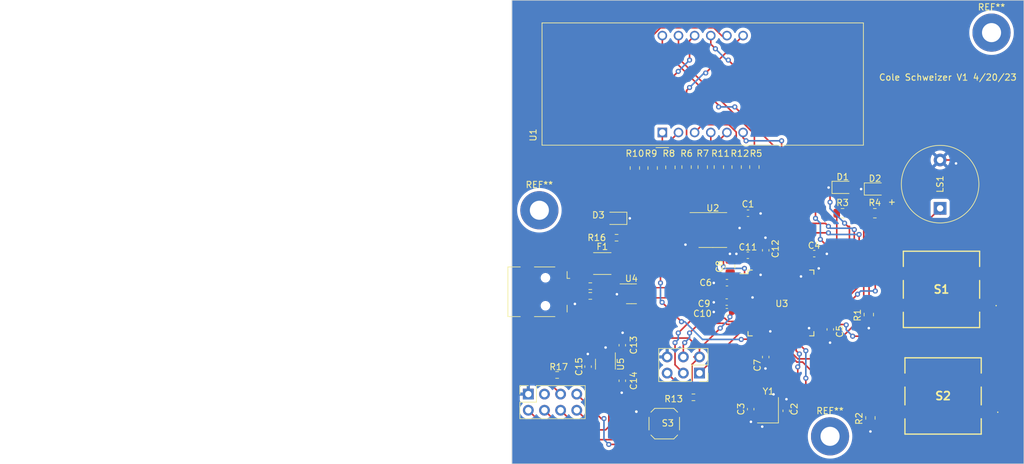
<source format=kicad_pcb>
(kicad_pcb (version 20221018) (generator pcbnew)
  (layers (0 "F.Cu" signal) (31 "B.Cu" signal) (34 "B.Paste" user) (35 "F.Paste" user) (36 "B.SilkS" user "B.Silkscreen") (37 "F.SilkS" user "F.Silkscreen") (38 "B.Mask" user) (39 "F.Mask" user) (44 "Edge.Cuts" user))
  (net 0 "")
  (net 1 "+5V")
  (net 2 "GND")
  (net 3 "XTAL1")
  (net 4 "XTAL2")
  (net 5 "/UCAP")
  (net 6 "/AREF")
  (net 7 "+3.3V")
  (net 8 "Net-(U5-BP)")
  (net 9 "Net-(D1-A)")
  (net 10 "Net-(D2-A)")
  (net 11 "Net-(D3-A)")
  (net 12 "Net-(J2-VBUS)")
  (net 13 "MISO")
  (net 14 "SCK")
  (net 15 "MOSI")
  (net 16 "RST")
  (net 17 "Net-(J2-D-)")
  (net 18 "Net-(J2-D+)")
  (net 20 "unconnected-(J2-Shield-Pad6)")
  (net 21 "TX")
  (net 23 "Net-(J3-Pin_5)")
  (net 24 "RX")
  (net 25 "Buzzer")
  (net 26 "Button_1")
  (net 27 "Button_2")
  (net 28 "RED_LED")
  (net 29 "GREEN_LED")
  (net 30 "a")
  (net 31 "Net-(U1-a)")
  (net 32 "b")
  (net 33 "Net-(U1-b)")
  (net 34 "c")
  (net 35 "Net-(U1-c)")
  (net 36 "d")
  (net 37 "Net-(U1-d)")
  (net 38 "e")
  (net 39 "Net-(U1-e)")
  (net 40 "f")
  (net 41 "Net-(U1-f)")
  (net 42 "g")
  (net 43 "Net-(U1-g)")
  (net 44 "dp")
  (net 45 "Net-(U1-DPX)")
  (net 46 "USB_CONN_D+")
  (net 47 "USB_CONN_D-")
  (net 52 "Dig4")
  (net 53 "Dig3")
  (net 54 "Dig2")
  (net 55 "Dig1")
  (net 57 "SH_CP")
  (net 58 "ST_CP")
  (net 59 "DS")
  (net 60 "USB_D-")
  (net 61 "USB_D+")
  (footprint "Connector_PinSocket_2.54mm:PinSocket_2x03_P2.54mm_Vertical" (layer "F.Cu") (at 124.244 137.374 -90)
    (fp_text reference "J1" hide)
    (fp_text value "AVR-ISP-6" hide)
  )
  (footprint "Resistor_SMD:R_0603_1608Metric" (layer "F.Cu") (at 101.854 137.668 180)
    (fp_text reference "R17")
    (fp_text value "10k" hide)
  )
  (footprint "Resistor_SMD:R_0603_1608Metric" (layer "F.Cu") (at 107.072 123.698)
    (fp_text reference "R15" hide)
    (fp_text value "22" hide)
  )
  (footprint "Resistor_SMD:R_0603_1608Metric" (layer "F.Cu") (at 123.291 141.184 180)
    (fp_text reference "R13")
    (fp_text value "10k" hide)
  )
  (footprint "Capacitor_SMD:C_0603_1608Metric" (layer "F.Cu") (at 134.658 118.057 90)
    (fp_text reference "C12")
    (fp_text value "0.1uF" hide)
  )
  (footprint "MountingHole:MountingHole_3mm_Pad_TopBottom" (layer "F.Cu") (at 99.06 111.76)
    (fp_text reference "REF**")
    (fp_text value "MountingHole_3mm_Pad_TopBottom" hide)
  )
  (footprint "Resistor_SMD:R_0805_2012Metric" (layer "F.Cu") (at 151.13 144.4225 -90)
    (fp_text reference "R2")
    (fp_text value "10k" hide)
  )
  (footprint "LED_SMD:LED_0805_2012Metric" (layer "F.Cu") (at 151.8515 108.418)
    (fp_text reference "D2")
    (fp_text value "LED" hide)
  )
  (footprint "Capacitor_SMD:C_0603_1608Metric" (layer "F.Cu") (at 132.296 143.042 -90)
    (fp_text reference "C3")
    (fp_text value "22p" hide)
  )
  (footprint "Buzzer_Beeper:Buzzer_12x9.5RM7.6" (layer "F.Cu") (at 162.09 111.456 90)
    (fp_text reference "LS1")
    (fp_text value "Speaker")
  )
  (footprint "Resistor_SMD:R_0805_2012Metric" (layer "F.Cu") (at 122.212 104.9655 90)
    (fp_text reference "R6")
    (fp_text value "100" hide)
  )
  (footprint "Connector_USB:USB_Mini-B_Lumberg_2486_01_Horizontal" (layer "F.Cu") (at 100.016 124.582 -90)
    (fp_text reference "J2" hide)
    (fp_text value "USB_B_Mini" hide)
  )
  (footprint "Capacitor_SMD:C_0603_1608Metric" (layer "F.Cu") (at 112.1075 132.9895 90)
    (fp_text reference "C13")
    (fp_text value "1uF" hide)
  )
  (footprint "Capacitor_SMD:C_0603_1608Metric" (layer "F.Cu") (at 128.562 123.15 180)
    (fp_text reference "C6")
    (fp_text value "0.1uF" hide)
  )
  (footprint "Crystal:Crystal_SMD_Abracon_ABM8G-4Pin_3.2x2.5mm" (layer "F.Cu") (at 135.006 143.208 90)
    (fp_text reference "Y1")
    (fp_text value "16MHz" hide)
  )
  (footprint "Resistor_SMD:R_0805_2012Metric" (layer "F.Cu") (at 119.672 105.0125 90)
    (fp_text reference "R8")
    (fp_text value "100" hide)
  )
  (footprint "Resistor_SMD:R_0805_2012Metric" (layer "F.Cu") (at 127.292 104.9655 90)
    (fp_text reference "R11")
    (fp_text value "100" hide)
  )
  (footprint "Resistor_SMD:R_0805_2012Metric" (layer "F.Cu") (at 116.878 105.116 90)
    (fp_text reference "R9")
    (fp_text value "100" hide)
  )
  (footprint "Fuse:Fuse_1812_4532Metric" (layer "F.Cu") (at 108.9555 120.142)
    (fp_text reference "F1")
    (fp_text value "PTCSMD" hide)
  )
  (footprint "Resistor_SMD:R_0805_2012Metric" (layer "F.Cu") (at 130.086 104.9655 90)
    (fp_text reference "R12")
    (fp_text value "100" hide)
  )
  (footprint "Capacitor_SMD:C_0603_1608Metric" (layer "F.Cu") (at 144.818 130.503 -90)
    (fp_text reference "C5")
    (fp_text value "0.1uF" hide)
  )
  (footprint "Capacitor_SMD:C_0603_1608Metric" (layer "F.Cu") (at 142.291 118.578)
    (fp_text reference "C4")
    (fp_text value "0.1uF" hide)
  )
  (footprint "Capacitor_SMD:C_0603_1608Metric" (layer "F.Cu") (at 137.884 143.309 -90)
    (fp_text reference "C2")
    (fp_text value "22p" hide)
  )
  (footprint "Capacitor_SMD:C_0805_2012Metric" (layer "F.Cu") (at 129.07 120.61 90)
    (fp_text reference "C8")
    (fp_text value "10uF" hide)
  )
  (footprint "Resistor_SMD:R_0805_2012Metric" (layer "F.Cu") (at 132.88 104.9655 90)
    (fp_text reference "R5")
    (fp_text value "100" hide)
  )
  (footprint "Capacitor_SMD:C_0603_1608Metric" (layer "F.Cu") (at 134.658 134.847 -90)
    (fp_text reference "C7")
    (fp_text value "0.1uF" hide)
  )
  (footprint "Resistor_SMD:R_0805_2012Metric" (layer "F.Cu") (at 151.8265 112.228)
    (fp_text reference "R4")
    (fp_text value "330" hide)
  )
  (footprint "Connector_PinSocket_2.54mm:PinSocket_2x04_P2.54mm_Vertical" (layer "F.Cu") (at 97.32 140.676 90)
    (fp_text reference "J3" hide)
    (fp_text value "ESP_Conn" hide)
  )
  (footprint "Capacitor_SMD:C_0603_1608Metric" (layer "F.Cu") (at 131.877 112.228)
    (fp_text reference "C1")
    (fp_text value "0.1u" hide)
  )
  (footprint "Resistor_SMD:R_0805_2012Metric" (layer "F.Cu") (at 124.752 104.9655 90)
    (fp_text reference "R7")
    (fp_text value "100" hide)
  )
  (footprint "Resistor_SMD:R_0805_2012Metric" (layer "F.Cu") (at 150.876 128.1665 -90)
    (fp_text reference "R1")
    (fp_text value "10k" hide)
  )
  (footprint "PTS125_SMD_Button:PTS125_SMD_Button" (layer "F.Cu") (at 162.56 140.97 180)
    (fp_text reference "S2")
    (fp_text value "PTS125SM43SMTR21M_LFS" hide)
  )
  (footprint "LED_SMD:LED_0805_2012Metric" (layer "F.Cu") (at 146.7715 108.164)
    (fp_text reference "D1")
    (fp_text value "LED" hide)
  )
  (footprint "Package_TO_SOT_SMD:SOT-23-5" (layer "F.Cu") (at 109.446 135.9715 -90)
    (fp_text reference "U5")
    (fp_text value "LP2985-3.3" hide)
  )
  (footprint "Capacitor_SMD:C_0603_1608Metric" (layer "F.Cu") (at 128.523 126.198 180)
    (fp_text reference "C9")
    (fp_text value "1uF" hide)
  )
  (footprint "Package_QFP:TQFP-44_10x10mm_P0.8mm" (layer "F.Cu") (at 137.058 126.34)
    (fp_text reference "U3")
    (fp_text value "ATmega32U4-A" hide)
  )
  (footprint "Package_SO:TSSOP-16_4.4x5mm_P0.65mm" (layer "F.Cu") (at 126.3445 114.869)
    (fp_text reference "U2")
    (fp_text value "74HC595" hide)
  )
  (footprint "LED_SMD:LED_0805_2012Metric" (layer "F.Cu") (at 111.136 113.03 180)
    (fp_text reference "D3")
    (fp_text value "LED" hide)
  )
  (footprint "Capacitor_SMD:C_0603_1608Metric" (layer "F.Cu") (at 131.851 118.832 180)
    (fp_text reference "C11")
    (fp_text value "0.1uF" hide)
  )
  (footprint "MountingHole:MountingHole_3mm_Pad_TopBottom" (layer "F.Cu") (at 144.78 147.32)
    (fp_text reference "REF**")
    (fp_text value "MountingHole_3mm_Pad_TopBottom" hide)
  )
  (footprint "Capacitor_SMD:C_0603_1608Metric" (layer "F.Cu") (at 112.1075 138.5775 -90)
    (fp_text reference "C14")
    (fp_text value "2.2uF" hide)
  )
  (footprint "Package_TO_SOT_SMD:SOT-23-6" (layer "F.Cu") (at 113.5435 124.902)
    (fp_text reference "U4")
    (fp_text value "USBLC6-2SC6" hide)
  )
  (footprint "Resistor_SMD:R_0603_1608Metric" (layer "F.Cu") (at 111.199 116.078 180)
    (fp_text reference "R16")
    (fp_text value "1k" hide)
  )
  (footprint "Capacitor_SMD:C_0603_1608Metric" (layer "F.Cu") (at 128.549 127.722 180)
    (fp_text reference "C10")
    (fp_text value "0.1uF" hide)
  )
  (footprint "Resistor_SMD:R_0805_2012Metric" (layer "F.Cu") (at 146.7465 112.228)
    (fp_text reference "R3")
    (fp_text value "330" hide)
  )
  (footprint "MountingHole:MountingHole_3mm_Pad_TopBottom" (layer "F.Cu") (at 170.18 83.82)
    (fp_text reference "REF**")
    (fp_text value "MountingHole_3mm_Pad_TopBottom" hide)
  )
  (footprint "Resistor_SMD:R_0603_1608Metric" (layer "F.Cu") (at 107.069648 125.23712)
    (fp_text reference "R14" hide)
    (fp_text value "22" hide)
  )
  (footprint "Capacitor_SMD:C_0603_1608Metric" (layer "F.Cu") (at 106.718 136.358 90)
    (fp_text reference "C15")
    (fp_text value "10nF" hide)
  )
  (footprint "Display_7Segment:CA56-12EWA" (layer "F.Cu") (at 118.402 99.528 90)
    (fp_text reference "U1")
    (fp_text value "CA56-12EWA" hide)
  )
  (footprint "Resistor_SMD:R_0805_2012Metric" (layer "F.Cu") (at 114.084 105.116 90)
    (fp_text reference "R10")
    (fp_text value "100" hide)
  )
  (footprint "PTS125_SMD_Button:PTS125_SMD_Button" (layer "F.Cu") (at 162.306 124.206 180)
    (fp_text reference "S1")
    (fp_text value "PTS125SM43SMTR21M_LFS" hide)
  )
  (footprint "PTS526_SMD_Button:PTS526_SMD_Button" (layer "F.Cu") (at 118.704 145.32)
    (fp_text reference "S3")
    (fp_text value "PTS526_SM08_SMTR2_LFS" hide)
  )
  (gr_rect (start 94.742 78.74) (end 175.26 151.638) (stroke (width 0.1)) (fill none) (layer "Edge.Cuts"))
  (gr_text "Cole Schweizer V1 4/20/23" (at 152.4 91.44) (layer "F.SilkS") (effects (font (size 1 1)) (justify left bottom)))
  (segment (start 142.758 129.54) (end 141.758 129.54) (width 0.25) (layer "F.Cu") (net 1))
  (segment (start 131.358 123.14) (end 132.346 123.14) (width 0.25) (layer "F.Cu") (net 1))
  (segment (start 110.396 134.834) (end 111.038 134.834) (width 0.25) (layer "F.Cu") (net 1))
  (segment (start 113.538 122.587) (end 111.093 120.142) (width 0.25) (layer "F.Cu") (net 1))
  (segment (start 114.112 124.902) (end 113.6935 125.3205) (width 0.25) (layer "F.Cu") (net 1))
  (segment (start 110.396 135.218251) (end 109.724251 135.89) (width 0.25) (layer "F.Cu") (net 1))
  (segment (start 133.058 122.428) (end 133.058 124.920695) (width 0.25) (layer "F.Cu") (net 1))
  (segment (start 134.658 131.04) (end 134.397 130.779) (width 0.25) (layer "F.Cu") (net 1))
  (segment (start 114.681 124.902) (end 114.296749 124.902) (width 0.25) (layer "F.Cu") (net 1))
  (segment (start 124.244 133.566) (end 127.508 130.302) (width 0.25) (layer "F.Cu") (net 1))
  (segment (start 141.007 120.691) (end 141.007 122.645) (width 0.25) (layer "F.Cu") (net 1))
  (segment (start 111.093 117.009) (end 112.024 116.078) (width 0.25) (layer "F.Cu") (net 1))
  (segment (start 132.626 117.386) (end 132.626 118.832) (width 0.25) (layer "F.Cu") (net 1))
  (segment (start 111.093 120.142) (end 111.093 117.009) (width 0.25) (layer "F.Cu") (net 1))
  (segment (start 129.324 127.722) (end 129.324 128.232) (width 0.25) (layer "F.Cu") (net 1))
  (segment (start 133.529 122.899) (end 133.058 122.428) (width 0.25) (layer "F.Cu") (net 1))
  (segment (start 169.456 121.706) (end 159.59 131.572) (width 0.25) (layer "F.Cu") (net 1))
  (segment (start 134.397 130.779) (end 134.397 130.769695) (width 0.25) (layer "F.Cu") (net 1))
  (segment (start 129.906 127.14) (end 131.358 127.14) (width 0.25) (layer "F.Cu") (net 1))
  (segment (start 131.348 123.15) (end 131.358 123.14) (width 0.25) (layer "F.Cu") (net 1))
  (segment (start 170.781 123.031) (end 170.781 137.399) (width 0.25) (layer "F.Cu") (net 1))
  (segment (start 129.07 122.883) (end 129.337 123.15) (width 0.25) (layer "F.Cu") (net 1))
  (segment (start 129.337 123.15) (end 131.348 123.15) (width 0.25) (layer "F.Cu") (net 1))
  (segment (start 114.681 124.902) (end 114.112 124.902) (width 0.25) (layer "F.Cu") (net 1))
  (segment (start 113.538 124.143251) (end 113.538 122.587) (width 0.25) (layer "F.Cu") (net 1))
  (segment (start 129.324 128.232) (end 129.032 128.524) (width 0.25) (layer "F.Cu") (net 1))
  (segment (start 114.296749 124.902) (end 113.538 124.143251) (width 0.25) (layer "F.Cu") (net 1))
  (segment (start 140.753 122.899) (end 133.529 122.899) (width 0.25) (layer "F.Cu") (net 1))
  (segment (start 122.541 131.863) (end 114.3 131.863) (width 0.25) (layer "F.Cu") (net 1))
  (segment (start 135.626695 129.54) (end 141.732 129.54) (width 0.25) (layer "F.Cu") (net 1))
  (segment (start 141.745 129.527) (end 141.007 128.789) (width 0.25) (layer "F.Cu") (net 1))
  (segment (start 108.496 135.218251) (end 108.496 134.834) (width 0.25) (layer "F.Cu") (net 1))
  (segment (start 124.244 133.566) (end 122.541 131.863) (width 0.25) (layer "F.Cu") (net 1))
  (segment (start 134.658 132.04) (end 134.658 131.04) (width 0.25) (layer "F.Cu") (net 1))
  (segment (start 132.626 118.832) (end 132.626 120.208) (width 0.25) (layer "F.Cu") (net 1))
  (segment (start 132.433 127.34) (end 132.233 127.14) (width 0.25) (layer "F.Cu") (net 1))
  (segment (start 129.207 116.494) (end 131.734 116.494) (width 0.25) (layer "F.Cu") (net 1))
  (segment (start 132.346 123.14) (end 133.058 122.428) (width 0.25) (layer "F.Cu") (net 1))
  (segment (start 141.516 118.578) (end 141.516 120.182) (width 0.25) (layer "F.Cu") (net 1))
  (segment (start 123.069 136.009) (end 124.244 134.834) (width 0.25) (layer "F.Cu") (net 1))
  (segment (start 144.818 129.728) (end 147.254 129.728) (width 0.25) (layer "F.Cu") (net 1))
  (segment (start 124.244 134.834) (end 124.244 133.566) (width 0.25) (layer "F.Cu") (net 1))
  (segment (start 170.781 137.399) (end 169.71 138.47) (width 0.25) (layer "F.Cu") (net 1))
  (segment (start 159.59 131.572) (end 148.336 131.572) (width 0.25) (layer "F.Cu") (net 1))
  (segment (start 109.724251 135.89) (end 109.167749 135.89) (width 0.25) (layer "F.Cu") (net 1))
  (segment (start 114.009 131.863) (end 114.3 131.863) (width 0.25) (layer "F.Cu") (net 1))
  (segment (start 141.007 128.789) (end 141.007 122.645) (width 0.25) (layer "F.Cu") (net 1))
  (segment (start 112.1075 133.7645) (end 114.009 131.863) (width 0.25) (layer "F.Cu") (net 1))
  (segment (start 141.007 122.645) (end 140.753 122.899) (width 0.25) (layer "F.Cu") (net 1))
  (segment (start 111.038 134.834) (end 112.1075 133.7645) (width 0.25) (layer "F.Cu") (net 1))
  (segment (start 132.233 127.14) (end 131.358 127.14) (width 0.25) (layer "F.Cu") (net 1))
  (segment (start 169.456 121.706) (end 170.781 123.031) (width 0.25) (layer "F.Cu") (net 1))
  (segment (start 147.254 129.728) (end 147.32 129.794) (width 0.25) (layer "F.Cu") (net 1))
  (segment (start 134.397 130.779) (end 132.433 128.815) (width 0.25) (layer "F.Cu") (net 1))
  (segment (start 133.058 120.64) (end 133.058 122.428) (width 0.25) (layer "F.Cu") (net 1))
  (segment (start 123.069 140.137) (end 123.069 136.009) (width 0.25) (layer "F.Cu") (net 1))
  (segment (start 131.734 116.494) (end 132.626 117.386) (width 0.25) (layer "F.Cu") (net 1))
  (segment (start 113.6935 131.2565) (end 114.3 131.863) (width 0.25) (layer "F.Cu") (net 1))
  (segment (start 134.397 130.769695) (end 135.626695 129.54) (width 0.25) (layer "F.Cu") (net 1))
  (segment (start 141.058 120.64) (end 141.007 120.691) (width 0.25) (layer "F.Cu") (net 1))
  (segment (start 144.63 129.54) (end 144.818 129.728) (width 0.25) (layer "F.Cu") (net 1))
  (segment (start 109.167749 135.89) (end 108.496 135.218251) (width 0.25) (layer "F.Cu") (net 1))
  (segment (start 110.396 134.834) (end 110.396 135.218251) (width 0.25) (layer "F.Cu") (net 1))
  (segment (start 113.6935 125.3205) (end 113.6935 131.2565) (width 0.25) (layer "F.Cu") (net 1))
  (segment (start 134.658 134.072) (end 134.658 132.04) (width 0.25) (layer "F.Cu") (net 1))
  (segment (start 124.116 141.184) (end 123.069 140.137) (width 0.25) (layer "F.Cu") (net 1))
  (segment (start 129.07 121.56) (end 129.07 122.883) (width 0.25) (layer "F.Cu") (net 1))
  (segment (start 132.433 128.815) (end 132.433 127.34) (width 0.25) (layer "F.Cu") (net 1))
  (segment (start 133.058 124.920695) (end 133.313 125.175695) (width 0.25) (layer "F.Cu") (net 1))
  (segment (start 142.758 129.54) (end 144.63 129.54) (width 0.25) (layer "F.Cu") (net 1))
  (segment (start 133.313 125.175695) (end 133.313 126.46) (width 0.25) (layer "F.Cu") (net 1))
  (segment (start 141.732 129.54) (end 141.745 129.527) (width 0.25) (layer "F.Cu") (net 1))
  (segment (start 133.313 126.46) (end 132.433 127.34) (width 0.25) (layer "F.Cu") (net 1))
  (segment (start 123.365701 134.834) (end 124.244 134.834) (width 0.25) (layer "F.Cu") (net 1))
  (segment (start 129.324 127.722) (end 129.906 127.14) (width 0.25) (layer "F.Cu") (net 1))
  (segment (start 130.736 112.594) (end 131.102 112.228) (width 0.25) (layer "F.Cu") (net 1))
  (segment (start 141.758 129.54) (end 141.745 129.527) (width 0.25) (layer "F.Cu") (net 1))
  (segment (start 132.626 120.208) (end 133.058 120.64) (width 0.25) (layer "F.Cu") (net 1))
  (segment (start 141.516 120.182) (end 141.058 120.64) (width 0.25) (layer "F.Cu") (net 1))
  (segment (start 129.207 112.594) (end 130.736 112.594) (width 0.25) (layer "F.Cu") (net 1))
  (via (at 147.32 129.794) (size 0.8) (drill 0.4) (layers "F.Cu" "B.Cu") (net 1))
  (via (at 127.508 130.302) (size 0.8) (drill 0.4) (layers "F.Cu" "B.Cu") (net 1))
  (via (at 129.032 128.524) (size 0.8) (drill 0.4) (layers "F.Cu" "B.Cu") (net 1))
  (via (at 148.336 131.572) (size 0.8) (drill 0.4) (layers "F.Cu" "B.Cu") (net 1))
  (segment (start 147.32 130.556) (end 148.336 131.572) (width 0.25) (layer "B.Cu") (net 1))
  (segment (start 147.32 129.794) (end 147.32 130.556) (width 0.25) (layer "B.Cu") (net 1))
  (segment (start 129.032 128.524) (end 129.032 128.778) (width 0.25) (layer "B.Cu") (net 1))
  (segment (start 129.032 128.778) (end 127.508 130.302) (width 0.25) (layer "B.Cu") (net 1))
  (segment (start 130.262 118.832) (end 130.048 118.618) (width 0.25) (layer "F.Cu") (net 2))
  (segment (start 129.07 119.66) (end 129.07 118.656) (width 0.25) (layer "F.Cu") (net 2))
  (segment (start 127.787 123.15) (end 126.532 123.15) (width 0.25) (layer "F.Cu") (net 2))
  (segment (start 142.758 130.34) (end 141.516 130.34) (width 0.25) (layer "F.Cu") (net 2))
  (segment (start 129.207 114.544) (end 130.546 114.544) (width 0.25) (layer "F.Cu") (net 2))
  (segment (start 143.066 118.578) (end 144.232 118.578) (width 0.25) (layer "F.Cu") (net 2))
  (segment (start 131.358 125.54) (end 132.524 125.54) (width 0.25) (layer "F.Cu") (net 2))
  (segment (start 112.406 124.902) (end 111.318 124.902) (width 0.25) (layer "F.Cu") (net 2))
  (segment (start 134.156 145.752) (end 134.112 145.796) (width 0.25) (layer "F.Cu") (net 2))
  (segment (start 150.876 129.079) (end 150.876 130.302) (width 0.25) (layer "F.Cu") (net 2))
  (segment (start 133.818 112.228) (end 133.858 112.268) (width 0.25) (layer "F.Cu") (net 2))
  (segment (start 135.856 140.75) (end 135.89 140.716) (width 0.25) (layer "F.Cu") (net 2))
  (segment (start 115.704 143.47) (end 114.34271 143.47) (width 0.25) (layer "F.Cu") (net 2))
  (segment (start 135.458 130.886) (end 135.382 130.81) (width 0.25) (layer "F.Cu") (net 2))
  (segment (start 141.516 130.34) (end 141.478 130.302) (width 0.25) (layer "F.Cu") (net 2))
  (segment (start 127.774 127.722) (end 126.532 127.722) (width 0.25) (layer "F.Cu") (net 2))
  (segment (start 126.532 127.722) (end 126.492 127.762) (width 0.25) (layer "F.Cu") (net 2))
  (segment (start 112.1075 131.076546) (end 112.153518 131.030528) (width 0.25) (layer "F.Cu") (net 2))
  (segment (start 145.834 108.164) (end 144.576078 108.164) (width 0.25) (layer "F.Cu") (net 2))
  (segment (start 122.064048 117.144) (end 122.037247 117.170801) (width 0.25) (layer "F.Cu") (net 2))
  (segment (start 144.818 132.55) (end 144.78 132.588) (width 0.25) (layer "F.Cu") (net 2))
  (segment (start 144.232 118.578) (end 144.272 118.618) (width 0.25) (layer "F.Cu") (net 2))
  (segment (start 134.658 135.622) (end 134.658 136.614) (width 0.25) (layer "F.Cu") (net 2))
  (segment (start 144.576078 108.164) (end 144.549596 108.190482) (width 0.25) (layer "F.Cu") (net 2))
  (segment (start 129.07 118.656) (end 129.032 118.618) (width 0.25) (layer "F.Cu") (net 2))
  (segment (start 133.858 120.64) (end 133.858 121.92) (width 0.25) (layer "F.Cu") (net 2))
  (segment (start 162.09 103.856) (end 164.054 103.856) (width 0.25) (layer "F.Cu") (net 2))
  (segment (start 102.716 126.182) (end 104.338 126.182) (width 0.25) (layer "F.Cu") (net 2))
  (segment (start 130.546 114.544) (end 130.556 114.554) (width 0.25) (layer "F.Cu") (net 2))
  (segment (start 104.338 126.182) (end 104.648 126.492) (width 0.25) (layer "F.Cu") (net 2))
  (segment (start 126.532 123.15) (end 126.492 123.19) (width 0.25) (layer "F.Cu") (net 2))
  (segment (start 135.856 142.108) (end 135.856 140.75) (width 0.25) (layer "F.Cu") (net 2))
  (segment (start 127.748 126.198) (end 126.532 126.198) (width 0.25) (layer "F.Cu") (net 2))
  (segment (start 132.296 144.996) (end 132.334 145.034) (width 0.25) (layer "F.Cu") (net 2))
  (segment (start 112.1075 139.3525) (end 112.1075 140.3685) (width 0.25) (layer "F.Cu") (net 2))
  (segment (start 135.458 132.04) (end 135.458 130.886) (width 0.25) (layer "F.Cu") (net 2))
  (segment (start 144.818 131.278) (end 144.818 132.55) (width 0.25) (layer "F.Cu") (net 2))
  (segment (start 134.658 116.116) (end 134.62 116.078) (width 0.25) (layer "F.Cu") (net 2))
  (segment (start 142.758 121.148) (end 143.002 120.904) (width 0.25) (layer "F.Cu") (net 2))
  (segment (start 114.34271 143.47) (end 114.321944 143.449234) (width 0.25) (layer "F.Cu") (net 2))
  (segment (start 109.446 134.834) (end 109.446 133.378) (width 0.25) (layer "F.Cu") (net 2))
  (segment (start 111.318 124.902) (end 111.252 124.968) (width 0.25) (layer "F.Cu") (net 2))
  (segment (start 106.718 135.583) (end 106.718 134.404) (width 0.25) (layer "F.Cu") (net 2))
  (segment (start 142.758 122.34) (end 142.758 121.148) (width 0.25) (layer "F.Cu") (net 2))
  (segment (start 164.054 103.856) (end 164.592 104.394) (width 0.25) (layer "F.Cu") (net 2))
  (segment (start 126.532 126.198) (end 126.492 126.238) (width 0.25) (layer "F.Cu") (net 2))
  (segment (start 106.718 134.404) (end 106.68 134.366) (width 0.25) (layer "F.Cu") (net 2))
  (segment (start 131.076 118.832) (end 130.262 118.832) (width 0.25) (layer "F.Cu") (net 2))
  (segment (start 132.296 143.817) (end 132.296 144.996) (width 0.25) (layer "F.Cu") (net 2))
  (segment (start 134.156 144.308) (end 134.156 145.752) (width 0.25) (layer "F.Cu") (net 2))
  (segment (start 112.1075 140.3685) (end 112.014 140.462) (width 0.25) (layer "F.Cu") (net 2))
  (segment (start 112.1075 132.2145) (end 112.1075 131.076546) (width 0.25) (layer "F.Cu") (net 2))
  (segment (start 134.658 117.282) (end 134.658 116.116) (width 0.25) (layer "F.Cu") (net 2))
  (segment (start 123.482 117.144) (end 122.064048 117.144) (width 0.25) (layer "F.Cu") (net 2))
  (segment (start 140.258 120.64) (end 140.258 122.124) (width 0.25) (layer "F.Cu") (net 2))
  (segment (start 137.884 142.534) (end 137.884 141.516) (width 0.25) (layer "F.Cu") (net 2))
  (segment (start 134.658 136.614) (end 134.62 136.652) (width 0.25) (layer "F.Cu") (net 2))
  (segment (start 150.914 108.418) (end 149.673841 108.418) (width 0.25) (layer "F.Cu") (net 2))
  (segment (start 137.884 141.516) (end 137.922 141.478) (width 0.25) (layer "F.Cu") (net 2))
  (segment (start 140.258 122.124) (end 140.208 122.174) (width 0.25) (layer "F.Cu") (net 2))
  (segment (start 132.652 112.228) (end 133.818 112.228) (width 0.25) (layer "F.Cu") (net 2))
  (segment (start 132.524 125.54) (end 132.588 125.476) (width 0.25) (layer "F.Cu") (net 2))
  (segment (start 149.673841 108.418) (end 149.66339 108.428451) (width 0.25) (layer "F.Cu") (net 2))
  (segment (start 109.446 133.378) (end 109.474 133.35) (width 0.25) (layer "F.Cu") (net 2))
  (segment (start 112.0735 113.03) (end 113.284 113.03) (width 0.25) (layer "F.Cu") (net 2))
  (segment (start 151.13 145.335) (end 151.13 146.558) (width 0.25) (layer "F.Cu") (net 2))
  (via (at 149.66339 108.428451) (size 0.8) (drill 0.4) (layers "F.Cu" "B.Cu") (net 2))
  (via (at 104.648 126.492) (size 0.8) (drill 0.4) (layers "F.Cu" "B.Cu") (net 2))
  (via (at 134.112 145.796) (size 0.8) (drill 0.4) (layers "F.Cu" "B.Cu") (net 2))
  (via (at 140.208 122.174) (size 0.8) (drill 0.4) (layers "F.Cu" "B.Cu") (net 2))
  (via (at 144.78 132.588) (size 0.8) (drill 0.4) (layers "F.Cu" "B.Cu") (net 2))
  (via (at 113.284 113.03) (size 0.8) (drill 0.4) (layers "F.Cu" "B.Cu") (net 2))
  (via (at 112.153518 131.030528) (size 0.8) (drill 0.4) (layers "F.Cu" "B.Cu") (net 2))
  (via (at 133.858 121.92) (size 0.8) (drill 0.4) (layers "F.Cu" "B.Cu") (net 2))
  (via (at 141.478 130.302) (size 0.8) (drill 0.4) (layers "F.Cu" "B.Cu") (net 2))
  (via (at 135.89 140.716) (size 0.8) (drill 0.4) (layers "F.Cu" "B.Cu") (net 2))
  (via (at 137.922 141.478) (size 0.8) (drill 0.4) (layers "F.Cu" "B.Cu") (net 2))
  (via (at 134.62 136.652) (size 0.8) (drill 0.4) (layers "F.Cu" "B.Cu") (net 2))
  (via (at 112.014 140.462) (size 0.8) (drill 0.4) (layers "F.Cu" "B.Cu") (net 2))
  (via (at 133.858 112.268) (size 0.8) (drill 0.4) (layers "F.Cu" "B.Cu") (net 2))
  (via (at 150.876 130.302) (size 0.8) (drill 0.4) (layers "F.Cu" "B.Cu") (net 2))
  (via (at 130.048 118.618) (size 0.8) (drill 0.4) (layers "F.Cu" "B.Cu") (net 2))
  (via (at 164.592 104.394) (size 0.8) (drill 0.4) (layers "F.Cu" "B.Cu") (net 2))
  (via (at 130.556 114.554) (size 0.8) (drill 0.4) (layers "F.Cu" "B.Cu") (net 2))
  (via (at 132.334 145.034) (size 0.8) (drill 0.4) (layers "F.Cu" "B.Cu") (net 2))
  (via (at 144.272 118.618) (size 0.8) (drill 0.4) (layers "F.Cu" "B.Cu") (net 2))
  (via (at 132.588 125.476) (size 0.8) (drill 0.4) (layers "F.Cu" "B.Cu") (net 2))
  (via (at 129.032 118.618) (size 0.8) (drill 0.4) (layers "F.Cu" "B.Cu") (net 2))
  (via (at 143.002 120.904) (size 0.8) (drill 0.4) (layers "F.Cu" "B.Cu") (net 2))
  (via (at 109.474 133.35) (size 0.8) (drill 0.4) (layers "F.Cu" "B.Cu") (net 2))
  (via (at 111.252 124.968) (size 0.8) (drill 0.4) (layers "F.Cu" "B.Cu") (net 2))
  (via (at 126.492 126.238) (size 0.8) (drill 0.4) (layers "F.Cu" "B.Cu") (net 2))
  (via (at 126.492 123.19) (size 0.8) (drill 0.4) (layers "F.Cu" "B.Cu") (net 2))
  (via (at 126.492 127.762) (size 0.8) (drill 0.4) (layers "F.Cu" "B.Cu") (net 2))
  (via (at 134.62 116.078) (size 0.8) (drill 0.4) (layers "F.Cu" "B.Cu") (net 2))
  (via (at 114.321944 143.449234) (size 0.8) (drill 0.4) (layers "F.Cu" "B.Cu") (net 2))
  (via (at 151.13 146.558) (size 0.8) (drill 0.4) (layers "F.Cu" "B.Cu") (net 2))
  (via (at 122.037247 117.170801) (size 0.8) (drill 0.4) (layers "F.Cu" "B.Cu") (net 2))
  (via (at 144.549596 108.190482) (size 0.8) (drill 0.4) (layers "F.Cu" "B.Cu") (net 2))
  (via (at 106.68 134.366) (size 0.8) (drill 0.4) (layers "F.Cu" "B.Cu") (net 2))
  (via (at 135.382 130.81) (size 0.8) (drill 0.4) (layers "F.Cu" "B.Cu") (net 2))
  (segment (start 136.08 144.084) (end 135.856 144.308) (width 0.25) (layer "F.Cu") (net 3))
  (segment (start 135.856 144.308) (end 137.058 143.106) (width 0.25) (layer "F.Cu") (net 3))
  (segment (start 137.884 144.084) (end 136.08 144.084) (width 0.25) (layer "F.Cu") (net 3))
  (segment (start 137.058 143.106) (end 137.058 132.04) (width 0.25) (layer "F.Cu") (net 3))
  (segment (start 134.156 142.108) (end 132.455 142.108) (width 0.25) (layer "F.Cu") (net 4))
  (segment (start 134.156 138.141305) (end 136.258 136.039305) (width 0.25) (layer "F.Cu") (net 4))
  (segment (start 132.455 142.108) (end 132.296 142.267) (width 0.25) (layer "F.Cu") (net 4))
  (segment (start 136.258 136.039305) (end 136.258 132.04) (width 0.25) (layer "F.Cu") (net 4))
  (segment (start 134.156 142.108) (end 134.156 138.141305) (width 0.25) (layer "F.Cu") (net 4))
  (segment (start 129.298 126.198) (end 131.216 126.198) (width 0.25) (layer "F.Cu") (net 5))
  (segment (start 131.216 126.198) (end 131.358 126.34) (width 0.25) (layer "F.Cu") (net 5))
  (segment (start 134.658 118.832) (end 134.658 120.64) (width 0.25) (layer "F.Cu") (net 6))
  (segment (start 108.028 146.304) (end 107.227 145.503) (width 0.25) (layer "F.Cu") (net 7))
  (segment (start 109.982 138.43) (end 109.982 145.796) (width 0.25) (layer "F.Cu") (net 7))
  (segment (start 102.147 145.503) (end 99.86 143.216) (width 0.25) (layer "F.Cu") (net 7))
  (segment (start 109.982 145.796) (end 109.474 146.304) (width 0.25) (layer "F.Cu") (net 7))
  (segment (start 103.441 138.43) (end 109.982 138.43) (width 0.25) (layer "F.Cu") (net 7))
  (segment (start 104.687 145.503) (end 102.147 145.503) (width 0.25) (layer "F.Cu") (net 7))
  (segment (start 109.982 138.43) (end 110.6095 137.8025) (width 0.25) (layer "F.Cu") (net 7))
  (segment (start 110.6095 137.8025) (end 111.0895 137.8025) (width 0.25) (layer "F.Cu") (net 7))
  (segment (start 109.474 146.304) (end 108.028 146.304) (width 0.25) (layer "F.Cu") (net 7))
  (segment (start 107.227 145.503) (end 104.94 143.216) (width 0.25) (layer "F.Cu") (net 7))
  (segment (start 111.0895 137.8025) (end 110.396 137.109) (width 0.25) (layer "F.Cu") (net 7))
  (segment (start 107.227 145.503) (end 104.687 145.503) (width 0.25) (layer "F.Cu") (net 7))
  (segment (start 112.1075 137.8025) (end 111.0895 137.8025) (width 0.25) (layer "F.Cu") (net 7))
  (segment (start 104.687 145.503) (end 102.4 143.216) (width 0.25) (layer "F.Cu") (net 7))
  (segment (start 102.679 137.668) (end 103.441 138.43) (width 0.25) (layer "F.Cu") (net 7))
  (segment (start 108.472 137.133) (end 108.496 137.109) (width 0.25) (layer "F.Cu") (net 8))
  (segment (start 106.718 137.133) (end 108.472 137.133) (width 0.25) (layer "F.Cu") (net 8))
  (segment (start 147.709 112.178) (end 147.659 112.228) (width 0.25) (layer "F.Cu") (net 9))
  (segment (start 147.709 108.164) (end 147.709 112.178) (width 0.25) (layer "F.Cu") (net 9))
  (segment (start 152.789 108.418) (end 152.739 108.468) (width 0.25) (layer "F.Cu") (net 10))
  (segment (start 152.739 108.468) (end 152.739 112.228) (width 0.25) (layer "F.Cu") (net 10))
  (segment (start 110.374 113.2055) (end 110.1985 113.03) (width 0.25) (layer "F.Cu") (net 11))
  (segment (start 110.374 116.078) (end 110.374 113.2055) (width 0.25) (layer "F.Cu") (net 11))
  (segment (start 102.716 122.982) (end 103.978 122.982) (width 0.25) (layer "F.Cu") (net 12))
  (segment (start 103.978 122.982) (end 106.818 120.142) (width 0.25) (layer "F.Cu") (net 12))
  (segment (start 131.278 130.34) (end 131.358 130.34) (width 0.25) (layer "F.Cu") (net 13))
  (segment (start 124.244 137.374) (end 131.278 130.34) (width 0.25) (layer "F.Cu") (net 13))
  (segment (start 129.974 129.249) (end 130.483 128.74) (width 0.25) (layer "F.Cu") (net 14))
  (segment (start 120.396 136.066) (end 120.396 132.588) (width 0.25) (layer "F.Cu") (net 14))
  (segment (start 123.228 128.74) (end 120.904 131.064) (width 0.25) (layer "F.Cu") (net 14))
  (segment (start 123.228 128.74) (end 128.222695 128.74) (width 0.25) (layer "F.Cu") (net 14))
  (segment (start 128.731695 129.249) (end 129.974 129.249) (width 0.25) (layer "F.Cu") (net 14))
  (segment (start 130.483 128.74) (end 131.358 128.74) (width 0.25) (layer "F.Cu") (net 14))
  (segment (start 120.396 132.588) (end 120.396 132.842) (width 0.25) (layer "F.Cu") (net 14))
  (segment (start 128.222695 128.74) (end 128.731695 129.249) (width 0.25) (layer "F.Cu") (net 14))
  (segment (start 121.704 137.374) (end 120.396 136.066) (width 0.25) (layer "F.Cu") (net 14))
  (via (at 120.904 131.064) (size 0.8) (drill 0.4) (layers "F.Cu" "B.Cu") (net 14))
  (via (at 120.396 132.588) (size 0.8) (drill 0.4) (layers "F.Cu" "B.Cu") (net 14))
  (segment (start 120.904 131.064) (end 120.904 132.08) (width 0.25) (layer "B.Cu") (net 14))
  (segment (start 120.904 132.08) (end 120.396 132.588) (width 0.25) (layer "B.Cu") (net 14))
  (segment (start 121.704 132.804) (end 121.92 132.588) (width 0.25) (layer "F.Cu") (net 15))
  (segment (start 124.206 129.54) (end 128.386299 129.54) (width 0.25) (layer "F.Cu") (net 15))
  (segment (start 128.386299 129.54) (end 128.545299 129.699) (width 0.25) (layer "F.Cu") (net 15))
  (segment (start 131.199 129.699) (end 131.358 129.54) (width 0.25) (layer "F.Cu") (net 15))
  (segment (start 128.545299 129.699) (end 131.199 129.699) (width 0.25) (layer "F.Cu") (net 15))
  (segment (start 124.206 129.54) (end 122.682 131.064) (width 0.25) (layer "F.Cu") (net 15))
  (segment (start 122.682 131.064) (end 122.682 131.064) (width 0.25) (layer "F.Cu") (net 15))
  (segment (start 122.682 131.064) (end 122.682 131.064) (width 0.25) (layer "F.Cu") (net 15))
  (segment (start 121.704 134.834) (end 121.704 132.804) (width 0.25) (layer "F.Cu") (net 15))
  (via (at 122.682 131.064) (size 0.8) (drill 0.4) (layers "F.Cu" "B.Cu") (net 15))
  (via (at 121.92 132.588) (size 0.8) (drill 0.4) (layers "F.Cu" "B.Cu") (net 15))
  (segment (start 122.682 131.826) (end 121.92 132.588) (width 0.25) (layer "B.Cu") (net 15))
  (segment (start 122.682 131.064) (end 122.682 131.826) (width 0.25) (layer "B.Cu") (net 15))
  (segment (start 133.858 133.04) (end 126.514 140.384) (width 0.25) (layer "F.Cu") (net 16))
  (segment (start 122.466 140.676) (end 119.164 137.374) (width 0.25) (layer "F.Cu") (net 16))
  (segment (start 122.466 141.184) (end 123.266 141.984) (width 0.25) (layer "F.Cu") (net 16))
  (segment (start 133.858 132.04) (end 133.858 133.04) (width 0.25) (layer "F.Cu") (net 16))
  (segment (start 124.97 141.984) (end 126.492 140.462) (width 0.25) (layer "F.Cu") (net 16))
  (segment (start 115.704 147.17) (end 116.48 147.17) (width 0.25) (layer "F.Cu") (net 16))
  (segment (start 122.466 141.184) (end 122.466 140.676) (width 0.25) (layer "F.Cu") (net 16))
  (segment (start 123.266 141.984) (end 124.97 141.984) (width 0.25) (layer "F.Cu") (net 16))
  (segment (start 116.48 147.17) (end 122.466 141.184) (width 0.25) (layer "F.Cu") (net 16))
  (segment (start 106.163 123.782) (end 106.247 123.698) (width 0.25) (layer "F.Cu") (net 17))
  (segment (start 102.716 123.782) (end 106.163 123.782) (width 0.25) (layer "F.Cu") (net 17))
  (segment (start 105.589528 124.582) (end 106.244648 125.23712) (width 0.25) (layer "F.Cu") (net 18))
  (segment (start 102.716 124.582) (end 105.589528 124.582) (width 0.25) (layer "F.Cu") (net 18))
  (segment (start 102.616 129.032) (end 97.166 129.032) (width 0.25) (layer "F.Cu") (net 20))
  (segment (start 97.166 120.132) (end 102.616 120.132) (width 0.25) (layer "F.Cu") (net 20))
  (segment (start 97.166 129.032) (end 97.166 120.132) (width 0.25) (layer "F.Cu") (net 20))
  (segment (start 135.375817 147.845) (end 139.7 143.520817) (width 0.25) (layer "F.Cu") (net 21))
  (segment (start 139.446 133.858) (end 139.954 134.366) (width 0.25) (layer "F.Cu") (net 21))
  (segment (start 97.32 143.216) (end 101.949 147.845) (width 0.25) (layer "F.Cu") (net 21))
  (segment (start 139.446 132.842) (end 139.446 133.858) (width 0.25) (layer "F.Cu") (net 21))
  (segment (start 139.7 143.520817) (end 139.7 136.398) (width 0.25) (layer "F.Cu") (net 21))
  (segment (start 139.458 132.04) (end 139.458 132.83) (width 0.25) (layer "F.Cu") (net 21))
  (segment (start 139.458 132.83) (end 139.446 132.842) (width 0.25) (layer "F.Cu") (net 21))
  (segment (start 101.949 147.845) (end 135.375817 147.845) (width 0.25) (layer "F.Cu") (net 21))
  (via (at 139.7 136.398) (size 0.8) (drill 0.4) (layers "F.Cu" "B.Cu") (net 21))
  (via (at 139.954 134.366) (size 0.8) (drill 0.4) (layers "F.Cu" "B.Cu") (net 21))
  (segment (start 139.954 134.366) (end 139.954 136.144) (width 0.25) (layer "B.Cu") (net 21))
  (segment (start 139.954 136.144) (end 139.7 136.398) (width 0.25) (layer "B.Cu") (net 21))
  (segment (start 101.029 137.668) (end 101.029 139.305) (width 0.25) (layer "F.Cu") (net 23))
  (segment (start 101.029 139.305) (end 102.4 140.676) (width 0.25) (layer "F.Cu") (net 23))
  (segment (start 109.982 148.59) (end 135.267213 148.59) (width 0.25) (layer "F.Cu") (net 24))
  (segment (start 104.94 140.676) (end 108.79 144.526) (width 0.25) (layer "F.Cu") (net 24))
  (segment (start 140.258 132.04) (end 140.258 133.146) (width 0.25) (layer "F.Cu") (net 24))
  (segment (start 135.267213 148.59) (end 140.97 142.887213) (width 0.25) (layer "F.Cu") (net 24))
  (segment (start 140.258 133.146) (end 140.97 133.858) (width 0.25) (layer "F.Cu") (net 24))
  (segment (start 108.79 144.526) (end 109.22 144.526) (width 0.25) (layer "F.Cu") (net 24))
  (segment (start 140.97 142.887213) (end 140.97 138.176) (width 0.25) (layer "F.Cu") (net 24))
  (via (at 140.97 138.176) (size 0.8) (drill 0.4) (layers "F.Cu" "B.Cu") (net 24))
  (via (at 109.982 148.59) (size 0.8) (drill 0.4) (layers "F.Cu" "B.Cu") (net 24))
  (via (at 109.22 144.526) (size 0.8) (drill 0.4) (layers "F.Cu" "B.Cu") (net 24))
  (via (at 140.97 133.858) (size 0.8) (drill 0.4) (layers "F.Cu" "B.Cu") (net 24))
  (segment (start 109.22 147.828) (end 109.982 148.59) (width 0.25) (layer "B.Cu") (net 24))
  (segment (start 109.22 144.526) (end 109.22 147.828) (width 0.25) (layer "B.Cu") (net 24))
  (segment (start 140.97 133.858) (end 140.97 138.176) (width 0.25) (layer "B.Cu") (net 24))
  (segment (start 151.892 124.46) (end 151.892 121.654) (width 0.25) (layer "F.Cu") (net 25))
  (segment (start 162.09 112.372) (end 162.09 111.456) (width 0.25) (layer "F.Cu") (net 25))
  (segment (start 146.926 127.14) (end 149.098 124.968) (width 0.25) (layer "F.Cu") (net 25))
  (segment (start 151.892 121.654) (end 162.09 111.456) (width 0.25) (layer "F.Cu") (net 25))
  (segment (start 142.758 127.14) (end 146.926 127.14) (width 0.25) (layer "F.Cu") (net 25))
  (segment (start 161.722396 111.456) (end 162.09 111.456) (width 0.25) (layer "F.Cu") (net 25))
  (via (at 149.098 124.968) (size 0.8) (drill 0.4) (layers "F.Cu" "B.Cu") (net 25))
  (via (at 151.892 124.46) (size 0.8) (drill 0.4) (layers "F.Cu" "B.Cu") (net 25))
  (segment (start 149.098 124.968) (end 149.606 124.46) (width 0.25) (layer "B.Cu") (net 25))
  (segment (start 149.606 124.46) (end 151.638 124.46) (width 0.25) (layer "B.Cu") (net 25))
  (segment (start 138.658 134.095305) (end 139.690695 135.128) (width 0.25) (layer "F.Cu") (net 26))
  (segment (start 143.265305 135.128) (end 150.876 127.517305) (width 0.25) (layer "F.Cu") (net 26))
  (segment (start 138.658 132.04) (end 138.658 134.095305) (width 0.25) (layer "F.Cu") (net 26))
  (segment (start 151.424 126.706) (end 155.156 126.706) (width 0.25) (layer "F.Cu") (net 26))
  (segment (start 150.876 127.254) (end 151.424 126.706) (width 0.25) (layer "F.Cu") (net 26))
  (segment (start 150.876 127.517305) (end 150.876 127.254) (width 0.25) (layer "F.Cu") (net 26))
  (segment (start 139.690695 135.128) (end 143.265305 135.128) (width 0.25) (layer "F.Cu") (net 26))
  (segment (start 151.17 143.47) (end 155.41 143.47) (width 0.25) (layer "F.Cu") (net 27))
  (segment (start 151.13 143.51) (end 151.17 143.47) (width 0.25) (layer "F.Cu") (net 27))
  (segment (start 137.858 132.04) (end 137.858 133.931701) (width 0.25) (layer "F.Cu") (net 27))
  (segment (start 139.562299 135.636) (end 140.462 135.636) (width 0.25) (layer "F.Cu") (net 27))
  (segment (start 148.336 143.51) (end 148.328 143.51) (width 0.25) (layer "F.Cu") (net 27))
  (segment (start 140.462 135.636) (end 148.336 143.51) (width 0.25) (layer "F.Cu") (net 27))
  (segment (start 137.858 133.931701) (end 139.562299 135.636) (width 0.25) (layer "F.Cu") (net 27))
  (segment (start 151.13 143.51) (end 148.336 143.51) (width 0.25) (layer "F.Cu") (net 27))
  (segment (start 142.758 123.94) (end 144.293305 123.94) (width 0.25) (layer "F.Cu") (net 28))
  (segment (start 145.834 122.399305) (end 145.834 112.228) (width 0.25) (layer "F.Cu") (net 28))
  (segment (start 144.293305 123.94) (end 145.834 122.399305) (width 0.25) (layer "F.Cu") (net 28))
  (segment (start 142.758 128.74) (end 149.016909 128.74) (width 0.25) (layer "F.Cu") (net 29))
  (segment (start 149.606 128.150909) (end 149.606 126.998327) (width 0.25) (layer "F.Cu") (net 29))
  (segment (start 149.016909 128.74) (end 149.606 128.150909) (width 0.25) (layer "F.Cu") (net 29))
  (segment (start 150.914 125.690327) (end 150.914 112.228) (width 0.25) (layer "F.Cu") (net 29))
  (segment (start 149.606 126.998327) (end 150.914 125.690327) (width 0.25) (layer "F.Cu") (net 29))
  (segment (start 129.082 113.369) (end 129.207 113.244) (width 0.25) (layer "F.Cu") (net 30))
  (segment (start 128.1445 113.3435) (end 128.17 113.369) (width 0.25) (layer "F.Cu") (net 30))
  (segment (start 128.17 113.369) (end 129.082 113.369) (width 0.25) (layer "F.Cu") (net 30))
  (segment (start 128.1445 110.6135) (end 128.1445 113.3435) (width 0.25) (layer "F.Cu") (net 30))
  (segment (start 132.88 105.878) (end 128.1445 110.6135) (width 0.25) (layer "F.Cu") (net 30))
  (segment (start 132.88 99.78572) (end 120.942 87.84772) (width 0.25) (layer "F.Cu") (net 31))
  (segment (start 132.88 104.053) (end 132.88 99.78572) (width 0.25) (layer "F.Cu") (net 31))
  (segment (start 120.942 87.84772) (end 120.942 84.288) (width 0.25) (layer "F.Cu") (net 31))
  (segment (start 123.008 112.594) (end 123.482 112.594) (width 0.25) (layer "F.Cu") (net 32))
  (segment (start 122.212 111.798) (end 123.008 112.594) (width 0.25) (layer "F.Cu") (net 32))
  (segment (start 122.212 105.878) (end 122.212 111.798) (width 0.25) (layer "F.Cu") (net 32))
  (segment (start 131.102 84.288) (end 125.222 90.168) (width 0.25) (layer "F.Cu") (net 33))
  (segment (start 122.682 92.456) (end 122.212 92.926) (width 0.25) (layer "F.Cu") (net 33))
  (segment (start 122.212 92.926) (end 122.212 104.053) (width 0.25) (layer "F.Cu") (net 33))
  (segment (start 125.222 90.168) (end 125.222 90.17) (width 0.25) (layer "F.Cu") (net 33))
  (via (at 125.222 90.17) (size 0.8) (drill 0.4) (layers "F.Cu" "B.Cu") (net 33))
  (via (at 122.682 92.456) (size 0.8) (drill 0.4) (layers "F.Cu" "B.Cu") (net 33))
  (segment (start 125.222 90.17) (end 124.968 90.17) (width 0.25) (layer "B.Cu") (net 33))
  (segment (start 124.968 90.17) (end 122.682 92.456) (width 0.25) (layer "B.Cu") (net 33))
  (segment (start 124.420541 113.244) (end 123.482 113.244) (width 0.25) (layer "F.Cu") (net 34))
  (segment (start 124.752 112.912541) (end 124.420541 113.244) (width 0.25) (layer "F.Cu") (net 34))
  (segment (start 124.752 105.878) (end 124.752 112.912541) (width 0.25) (layer "F.Cu") (net 34))
  (segment (start 124.752 104.053) (end 126.022 102.783) (width 0.25) (layer "F.Cu") (net 35))
  (segment (start 126.022 102.783) (end 126.022 99.528) (width 0.25) (layer "F.Cu") (net 35))
  (segment (start 119.672 110.786145) (end 122.779855 113.894) (width 0.25) (layer "F.Cu") (net 36))
  (segment (start 122.779855 113.894) (end 123.482 113.894) (width 0.25) (layer "F.Cu") (net 36))
  (segment (start 119.672 105.925) (end 119.672 110.786145) (width 0.25) (layer "F.Cu") (net 36))
  (segment (start 119.672 100.798) (end 120.942 99.528) (width 0.25) (layer "F.Cu") (net 37))
  (segment (start 119.672 104.1) (end 119.672 100.798) (width 0.25) (layer "F.Cu") (net 37))
  (segment (start 116.878 108.628541) (end 116.878 106.0285) (width 0.25) (layer "F.Cu") (net 38))
  (segment (start 122.793459 114.544) (end 116.878 108.628541) (width 0.25) (layer "F.Cu") (net 38))
  (segment (start 123.482 114.544) (end 122.793459 114.544) (width 0.25) (layer "F.Cu") (net 38))
  (segment (start 118.402 102.6795) (end 118.402 99.528) (width 0.25) (layer "F.Cu") (net 39))
  (segment (start 116.878 104.2035) (end 118.402 102.6795) (width 0.25) (layer "F.Cu") (net 39))
  (segment (start 122.793459 115.194) (end 123.482 115.194) (width 0.25) (layer "F.Cu") (net 40))
  (segment (start 114.084 106.0285) (end 114.084 106.484541) (width 0.25) (layer "F.Cu") (net 40))
  (segment (start 114.084 106.484541) (end 122.793459 115.194) (width 0.25) (layer "F.Cu") (net 40))
  (segment (start 114.084 104.2035) (end 114.084 96.736) (width 0.25) (layer "F.Cu") (net 41))
  (segment (start 123.482 84.288) (end 122.682 85.088) (width 0.25) (layer "F.Cu") (net 41))
  (segment (start 122.682 85.088) (end 122.682 88.138) (width 0.25) (layer "F.Cu") (net 41))
  (segment (start 114.084 96.736) (end 120.904 89.916) (width 0.25) (layer "F.Cu") (net 41))
  (via (at 120.904 89.916) (size 0.8) (drill 0.4) (layers "F.Cu" "B.Cu") (net 41))
  (via (at 122.682 88.138) (size 0.8) (drill 0.4) (layers "F.Cu" "B.Cu") (net 41))
  (segment (start 122.682 88.138) (end 120.904 89.916) (width 0.25) (layer "B.Cu") (net 41))
  (segment (start 127.292 105.878) (end 126.532 105.878) (width 0.25) (layer "F.Cu") (net 42))
  (segment (start 125.222 107.188) (end 125.222 114.792541) (width 0.25) (layer "F.Cu") (net 42))
  (segment (start 125.222 114.792541) (end 124.170541 115.844) (width 0.25) (layer "F.Cu") (net 42))
  (segment (start 126.532 105.878) (end 125.222 107.188) (width 0.25) (layer "F.Cu") (net 42))
  (segment (start 124.170541 115.844) (end 123.482 115.844) (width 0.25) (layer "F.Cu") (net 42))
  (segment (start 127.292 100.798) (end 128.562 99.528) (width 0.25) (layer "F.Cu") (net 43))
  (segment (start 127.292 104.053) (end 127.292 100.798) (width 0.25) (layer "F.Cu") (net 43))
  (segment (start 130.086 105.878) (end 125.672 110.292) (width 0.25) (layer "F.Cu") (net 44))
  (segment (start 125.672 114.992541) (end 124.170541 116.494) (width 0.25) (layer "F.Cu") (net 44))
  (segment (start 125.672 110.292) (end 125.672 114.992541) (width 0.25) (layer "F.Cu") (net 44))
  (segment (start 124.170541 116.494) (end 123.482 116.494) (width 0.25) (layer "F.Cu") (net 44))
  (segment (start 130.027 99.47272) (end 128.85228 98.298) (width 0.25) (layer "F.Cu") (net 45))
  (segment (start 130.027 103.994) (end 130.027 99.47272) (width 0.25) (layer "F.Cu") (net 45))
  (segment (start 124.712 98.298) (end 123.482 99.528) (width 0.25) (layer "F.Cu") (net 45))
  (segment (start 130.086 104.053) (end 130.027 103.994) (width 0.25) (layer "F.Cu") (net 45))
  (segment (start 128.85228 98.298) (end 124.712 98.298) (width 0.25) (layer "F.Cu") (net 45))
  (segment (start 108.509528 125.852) (end 112.406 125.852) (width 0.2) (layer "F.Cu") (net 46))
  (segment (start 107.894648 125.23712) (end 108.509528 125.852) (width 0.2) (layer "F.Cu") (net 46))
  (segment (start 112.152 123.698) (end 112.406 123.952) (width 0.2) (layer "F.Cu") (net 47))
  (segment (start 107.897 123.698) (end 112.152 123.698) (width 0.2) (layer "F.Cu") (net 47))
  (segment (start 147.066 113.792) (end 147.32 113.792) (width 0.25) (layer "F.Cu") (net 52))
  (segment (start 146.278 124.74) (end 147.828 123.19) (width 0.25) (layer "F.Cu") (net 52))
  (segment (start 142.758 124.74) (end 146.278 124.74) (width 0.25) (layer "F.Cu") (net 52))
  (segment (start 144.78 110.49) (end 144.78 109.446191) (width 0.25) (layer "F.Cu") (net 52))
  (segment (start 147.574 114.3) (end 147.828 114.3) (width 0.25) (layer "F.Cu") (net 52))
  (segment (start 147.066 113.792) (end 147.574 114.3) (width 0.25) (layer "F.Cu") (net 52))
  (segment (start 137.16 101.826191) (end 137.16 100.838) (width 0.25) (layer "F.Cu") (net 52))
  (segment (start 131.102 100.368) (end 131.572 100.838) (width 0.25) (layer "F.Cu") (net 52))
  (segment (start 147.828 123.19) (end 147.828 114.3) (width 0.25) (layer "F.Cu") (net 52))
  (segment (start 131.102 99.528) (end 131.102 100.368) (width 0.25) (layer "F.Cu") (net 52))
  (segment (start 144.78 109.446191) (end 137.16 101.826191) (width 0.25) (layer "F.Cu") (net 52))
  (via (at 137.16 100.838) (size 0.8) (drill 0.4) (layers "F.Cu" "B.Cu") (net 52))
  (via (at 144.78 110.49) (size 0.8) (drill 0.4) (layers "F.Cu" "B.Cu") (net 52))
  (via (at 131.572 100.838) (size 0.8) (drill 0.4) (layers "F.Cu" "B.Cu") (net 52))
  (via (at 147.066 113.792) (size 0.8) (drill 0.4) (layers "F.Cu" "B.Cu") (net 52))
  (segment (start 144.78 111.506) (end 144.78 110.49) (width 0.25) (layer "B.Cu") (net 52))
  (segment (start 131.572 100.838) (end 137.16 100.838) (width 0.25) (layer "B.Cu") (net 52))
  (segment (start 147.066 113.792) (end 144.78 111.506) (width 0.25) (layer "B.Cu") (net 52))
  (segment (start 118.364 126.238) (end 121.412 129.286) (width 0.25) (layer "F.Cu") (net 53))
  (segment (start 113.059 88.11072) (end 118.11172 83.058) (width 0.25) (layer "F.Cu") (net 53))
  (segment (start 126.492 83.058) (end 127.762 84.328) (width 0.25) (layer "F.Cu") (net 53))
  (segment (start 127.762 84.328) (end 128.522 84.328) (width 0.25) (layer "F.Cu") (net 53))
  (segment (start 113.059 111.281) (end 113.059 88.11072) (width 0.25) (layer "F.Cu") (net 53))
  (segment (start 118.11172 83.058) (end 126.492 83.058) (width 0.25) (layer "F.Cu") (net 53))
  (segment (start 118.11 123.19) (end 118.11 116.332) (width 0.25) (layer "F.Cu") (net 53))
  (segment (start 128.522 84.328) (end 128.562 84.288) (width 0.25) (layer "F.Cu") (net 53))
  (segment (start 133.058 132.04) (end 130.85 132.04) (width 0.25) (layer "F.Cu") (net 53))
  (segment (start 118.11 116.332) (end 113.059 111.281) (width 0.25) (layer "F.Cu") (net 53))
  (segment (start 130.85 132.04) (end 130.81 132.08) (width 0.25) (layer "F.Cu") (net 53))
  (via (at 118.11 123.19) (size 0.8) (drill 0.4) (layers "F.Cu" "B.Cu") (net 53))
  (via (at 118.364 126.238) (size 0.8) (drill 0.4) (layers "F.Cu" "B.Cu") (net 53))
  (via (at 130.81 132.08) (size 0.8) (drill 0.4) (layers "F.Cu" "B.Cu") (net 53))
  (via (at 121.412 129.286) (size 0.8) (drill 0.4) (layers "F.Cu" "B.Cu") (net 53))
  (segment (start 118.11 123.19) (end 118.11 125.984) (width 0.25) (layer "B.Cu") (net 53))
  (segment (start 121.929305 129.286) (end 124.723305 132.08) (width 0.25) (layer "B.Cu") (net 53))
  (segment (start 130.81 132.08) (end 124.723305 132.08) (width 0.25) (layer "B.Cu") (net 53))
  (segment (start 121.412 129.286) (end 121.929305 129.286) (width 0.25) (layer "B.Cu") (net 53))
  (segment (start 118.11 125.984) (end 118.364 126.238) (width 0.25) (layer "B.Cu") (net 53))
  (segment (start 138.781334 97.732) (end 138.372 97.732) (width 0.25) (layer "F.Cu") (net 54))
  (segment (start 147.904 127.94) (end 150.368 125.476) (width 0.25) (layer "F.Cu") (net 54))
  (segment (start 126.022 85.636) (end 126.746 86.36) (width 0.25) (layer "F.Cu") (net 54))
  (segment (start 148.844 107.794666) (end 138.781334 97.732) (width 0.25) (layer "F.Cu") (net 54))
  (segment (start 150.368 125.476) (end 150.0765 125.1845) (width 0.25) (layer "F.Cu") (net 54))
  (segment (start 128.778 88.138) (end 138.372 97.732) (width 0.25) (layer "F.Cu") (net 54))
  (segment (start 148.844 108.712) (end 148.844 107.794666) (width 0.25) (layer "F.Cu") (net 54))
  (segment (start 150.0765 125.1845) (end 150.0765 109.9445) (width 0.25) (layer "F.Cu") (net 54))
  (segment (start 142.758 127.94) (end 147.904 127.94) (width 0.25) (layer "F.Cu") (net 54))
  (segment (start 150.0765 109.9445) (end 148.844 108.712) (width 0.25) (layer "F.Cu") (net 54))
  (segment (start 126.022 84.288) (end 126.022 85.636) (width 0.25) (layer "F.Cu") (net 54))
  (segment (start 143.256 128.14) (end 142.748 128.14) (width 0.25) (layer "F.Cu") (net 54))
  (via (at 126.746 86.36) (size 0.8) (drill 0.4) (layers "F.Cu" "B.Cu") (net 54))
  (via (at 128.778 88.138) (size 0.8) (drill 0.4) (layers "F.Cu" "B.Cu") (net 54))
  (segment (start 126.746 86.36) (end 128.524 88.138) (width 0.25) (layer "B.Cu") (net 54))
  (segment (start 128.524 88.138) (end 128.778 88.138) (width 0.25) (layer "B.Cu") (net 54))
  (segment (start 127.254 95.240695) (end 127.254 95.504) (width 0.25) (layer "F.Cu") (net 55))
  (segment (start 145.288 121.92) (end 145.288 117.094) (width 0.25) (layer "F.Cu") (net 55))
  (segment (start 118.402 84.288) (end 118.402 86.388695) (width 0.25) (layer "F.Cu") (net 55))
  (segment (start 142.758 123.14) (end 143.708 123.14) (width 0.25) (layer "F.Cu") (net 55))
  (segment (start 144.018 123.19) (end 143.808 123.14) (width 0.25) (layer "F.Cu") (net 55))
  (segment (start 143.808 123.14) (end 143.758 123.14) (width 0.25) (layer "F.Cu") (net 55))
  (segment (start 142.494 113.03) (end 142.494 108.204) (width 0.25) (layer "F.Cu") (net 55))
  (segment (start 118.402 86.388695) (end 127.254 95.240695) (width 0.25) (layer "F.Cu") (net 55))
  (segment (start 144.018 123.19) (end 144.526 122.682) (width 0.25) (layer "F.Cu") (net 55))
  (segment (start 144.018 117.094) (end 143.256 116.332) (width 0.25) (layer "F.Cu") (net 55))
  (segment (start 143.708 123.14) (end 144.018 123.19) (width 0.25) (layer "F.Cu") (net 55))
  (segment (start 142.494 108.204) (end 129.794 95.504) (width 0.25) (layer "F.Cu") (net 55))
  (segment (start 144.526 122.682) (end 145.288 121.92) (width 0.25) (layer "F.Cu") (net 55))
  (segment (start 145.288 117.094) (end 144.018 117.094) (width 0.25) (layer "F.Cu") (net 55))
  (via (at 129.794 95.504) (size 0.8) (drill 0.4) (layers "F.Cu" "B.Cu") (net 55))
  (via (at 142.494 113.03) (size 0.8) (drill 0.4) (layers "F.Cu" "B.Cu") (net 55))
  (via (at 143.256 116.332) (size 0.8) (drill 0.4) (layers "F.Cu" "B.Cu") (net 55))
  (via (at 127.254 95.504) (size 0.8) (drill 0.4) (layers "F.Cu" "B.Cu") (net 55))
  (segment (start 143.256 113.792) (end 143.256 116.332) (width 0.25) (layer "B.Cu") (net 55))
  (segment (start 142.494 113.03) (end 143.256 113.792) (width 0.25) (layer "B.Cu") (net 55))
  (segment (start 127.254 95.504) (end 129.794 95.504) (width 0.25) (layer "B.Cu") (net 55))
  (segment (start 129.207 115.844) (end 128.518459 115.844) (width 0.25) (layer "F.Cu") (net 57))
  (segment (start 128.016 116.346459) (end 128.016 120.65) (width 0.25) (layer "F.Cu") (net 57))
  (segment (start 131.318 120.904) (end 131.358 120.944) (width 0.25) (layer "F.Cu") (net 57))
  (segment (start 128.518459 115.844) (end 128.016 116.346459) (width 0.25) (layer "F.Cu") (net 57))
  (segment (start 131.358 122.34) (end 131.318 120.904) (width 0.25) (layer "F.Cu") (net 57))
  (via (at 131.318 120.904) (size 0.8) (drill 0.4) (layers "F.Cu" "B.Cu") (net 57))
  (via (at 128.016 120.65) (size 0.8) (drill 0.4) (layers "F.Cu" "B.Cu") (net 57))
  (segment (start 128.27 120.904) (end 128.016 120.65) (width 0.25) (layer "B.Cu") (net 57))
  (segment (start 131.318 120.904) (end 128.27 120.904) (width 0.25) (layer "B.Cu") (net 57))
  (segment (start 129.292 115.279) (end 144.526 115.316) (width 0.25) (layer "F.Cu") (net 58))
  (segment (start 149.352 123.688695) (end 149.352 115.57) (width 0.25) (layer "F.Cu") (net 58))
  (segment (start 129.207 115.194) (end 129.292 115.279) (width 0.25) (layer "F.Cu") (net 58))
  (segment (start 142.758 126.34) (end 146.700695 126.34) (width 0.25) (layer "F.Cu") (net 58))
  (segment (start 144.526 115.316) (end 144.526 115.279) (width 0.25) (layer "F.Cu") (net 58))
  (segment (start 146.700695 126.34) (end 149.352 123.688695) (width 0.25) (layer "F.Cu") (net 58))
  (via (at 149.352 115.57) (size 0.8) (drill 0.4) (layers "F.Cu" "B.Cu") (net 58))
  (via (at 144.526 115.316) (size 0.8) (drill 0.4) (layers "F.Cu" "B.Cu") (net 58))
  (segment (start 144.526 115.316) (end 144.78 115.57) (width 0.25) (layer "B.Cu") (net 58))
  (segment (start 144.78 115.57) (end 149.352 115.57) (width 0.25) (layer "B.Cu") (net 58))
  (segment (start 129.272 113.829) (end 129.207 113.894) (width 0.25) (layer "F.Cu") (net 59))
  (segment (start 146.864299 125.54) (end 148.59 123.814299) (width 0.25) (layer "F.Cu") (net 59))
  (segment (start 144.526 114.3) (end 144.055 113.829) (width 0.25) (layer "F.Cu") (net 59))
  (segment (start 148.59 123.814299) (end 148.59 114.808) (width 0.25) (layer "F.Cu") (net 59))
  (segment (start 142.758 125.54) (end 146.864299 125.54) (width 0.25) (layer "F.Cu") (net 59))
  (segment (start 144.055 113.829) (end 129.272 113.829) (width 0.25) (layer "F.Cu") (net 59))
  (via (at 148.59 114.808) (size 0.8) (drill 0.4) (layers "F.Cu" "B.Cu") (net 59))
  (via (at 144.526 114.3) (size 0.8) (drill 0.4) (layers "F.Cu" "B.Cu") (net 59))
  (segment (start 148.373 114.591) (end 144.817 114.591) (width 0.25) (layer "B.Cu") (net 59))
  (segment (start 148.59 114.808) (end 148.373 114.591) (width 0.25) (layer "B.Cu") (net 59))
  (segment (start 144.817 114.591) (end 144.526 114.3) (width 0.25) (layer "B.Cu") (net 59))
  (segment (start 131.358 123.94) (end 114.693 123.94) (width 0.2) (layer "F.Cu") (net 60))
  (segment (start 114.693 123.94) (end 114.681 123.952) (width 0.2) (layer "F.Cu") (net 60))
  (segment (start 127.988538 124.74) (end 131.358 124.74) (width 0.2) (layer "F.Cu") (net 61))
  (segment (start 127.190538 125.538) (end 127.988538 124.74) (width 0.2) (layer "F.Cu") (net 61))
  (segment (start 114.681 125.852) (end 114.995 125.538) (width 0.2) (layer "F.Cu") (net 61))
  (segment (start 114.995 125.538) (end 127.190538 125.538) (width 0.2) (layer "F.Cu") (net 61))
  (zone (net 2) (net_name "GND") (layer "B.Cu") (priority 1) (connect_pads (clearance 0.5)) (min_thickness 0.25) (fill yes (thermal_gap 0.5) (thermal_bridge_width 0.5))
    (polygon (pts (xy 94.742 78.74) (xy 175.26 78.74) (xy 175.26 151.638) (xy 94.742 151.638)))
  )
)
</source>
